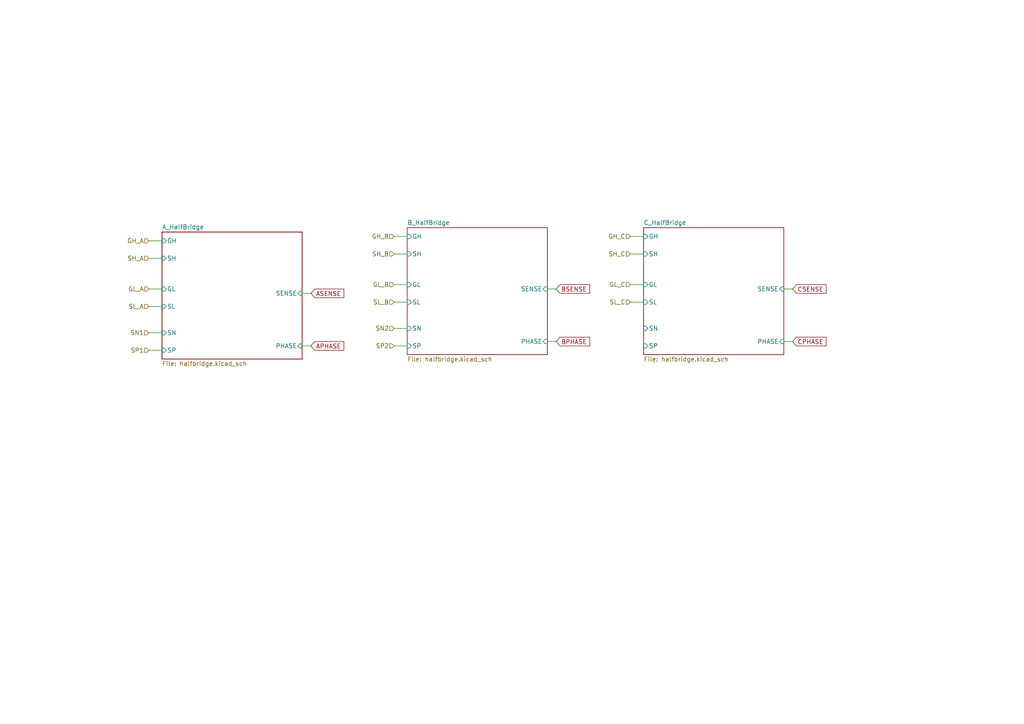
<source format=kicad_sch>
(kicad_sch
	(version 20250114)
	(generator "eeschema")
	(generator_version "9.0")
	(uuid "bf91ff6c-98c1-4901-85db-48f55014fff8")
	(paper "A4")
	(lib_symbols)
	(wire
		(pts
			(xy 43.18 74.93) (xy 46.99 74.93)
		)
		(stroke
			(width 0)
			(type default)
		)
		(uuid "037551dd-0d53-4e66-9843-4a0202d97c61")
	)
	(wire
		(pts
			(xy 43.18 88.9) (xy 46.99 88.9)
		)
		(stroke
			(width 0)
			(type default)
		)
		(uuid "141aac01-3f1b-418b-92d9-ba14a14e135a")
	)
	(wire
		(pts
			(xy 114.3 82.55) (xy 118.11 82.55)
		)
		(stroke
			(width 0)
			(type default)
		)
		(uuid "29977e3c-e150-4a9a-8539-c44641baff66")
	)
	(wire
		(pts
			(xy 114.3 95.25) (xy 118.11 95.25)
		)
		(stroke
			(width 0)
			(type default)
		)
		(uuid "39490a0a-d636-48a4-8ebb-2c845c273827")
	)
	(wire
		(pts
			(xy 182.88 82.55) (xy 186.69 82.55)
		)
		(stroke
			(width 0)
			(type default)
		)
		(uuid "3ce4fbab-f2b8-4f63-ad40-edd0f7f0f665")
	)
	(wire
		(pts
			(xy 227.33 99.06) (xy 229.87 99.06)
		)
		(stroke
			(width 0)
			(type default)
		)
		(uuid "451913a3-6a33-4bca-b0e6-8e7f96f97229")
	)
	(wire
		(pts
			(xy 227.33 83.82) (xy 229.87 83.82)
		)
		(stroke
			(width 0)
			(type default)
		)
		(uuid "5340c90f-6d28-4e9a-aec5-a8d263cae612")
	)
	(wire
		(pts
			(xy 114.3 73.66) (xy 118.11 73.66)
		)
		(stroke
			(width 0)
			(type default)
		)
		(uuid "56ac4129-c038-4486-b44e-44d5cab59864")
	)
	(wire
		(pts
			(xy 182.88 73.66) (xy 186.69 73.66)
		)
		(stroke
			(width 0)
			(type default)
		)
		(uuid "58ccdafe-407b-4a3b-bfa4-2c871541aac4")
	)
	(wire
		(pts
			(xy 87.63 85.09) (xy 90.17 85.09)
		)
		(stroke
			(width 0)
			(type default)
		)
		(uuid "592ba62a-4f83-4a2d-b06e-3d5a13e3e6ab")
	)
	(wire
		(pts
			(xy 114.3 68.58) (xy 118.11 68.58)
		)
		(stroke
			(width 0)
			(type default)
		)
		(uuid "64af6e60-68d9-46e4-b74c-a19ac62323bc")
	)
	(wire
		(pts
			(xy 114.3 100.33) (xy 118.11 100.33)
		)
		(stroke
			(width 0)
			(type default)
		)
		(uuid "81d7bc15-f817-4837-b427-d7dcccc50a34")
	)
	(wire
		(pts
			(xy 114.3 87.63) (xy 118.11 87.63)
		)
		(stroke
			(width 0)
			(type default)
		)
		(uuid "93e448c5-50b3-48c7-918e-0ec2aa088f8a")
	)
	(wire
		(pts
			(xy 43.18 96.52) (xy 46.99 96.52)
		)
		(stroke
			(width 0)
			(type default)
		)
		(uuid "a56bcdcc-471c-46f3-9ae5-0b4c2d526134")
	)
	(wire
		(pts
			(xy 43.18 101.6) (xy 46.99 101.6)
		)
		(stroke
			(width 0)
			(type default)
		)
		(uuid "beba4caa-77a5-4270-a03c-28fbf7c74957")
	)
	(wire
		(pts
			(xy 43.18 69.85) (xy 46.99 69.85)
		)
		(stroke
			(width 0)
			(type default)
		)
		(uuid "befcc979-8ab2-47f8-ae02-5c1677b0137c")
	)
	(wire
		(pts
			(xy 87.63 100.33) (xy 90.17 100.33)
		)
		(stroke
			(width 0)
			(type default)
		)
		(uuid "c6b11881-93fd-43e8-a255-0c12f20b95f0")
	)
	(wire
		(pts
			(xy 158.75 83.82) (xy 161.29 83.82)
		)
		(stroke
			(width 0)
			(type default)
		)
		(uuid "c8fc1a55-f39c-4fd9-9997-29882d6a0352")
	)
	(wire
		(pts
			(xy 182.88 87.63) (xy 186.69 87.63)
		)
		(stroke
			(width 0)
			(type default)
		)
		(uuid "cbc7329e-d2b4-4167-905b-68ded2748c95")
	)
	(wire
		(pts
			(xy 43.18 83.82) (xy 46.99 83.82)
		)
		(stroke
			(width 0)
			(type default)
		)
		(uuid "db11f154-e44f-4e6f-8df2-3f3476da24fd")
	)
	(wire
		(pts
			(xy 182.88 68.58) (xy 186.69 68.58)
		)
		(stroke
			(width 0)
			(type default)
		)
		(uuid "e1b85b72-a5b3-4b55-a10d-bde9d059aa44")
	)
	(wire
		(pts
			(xy 158.75 99.06) (xy 161.29 99.06)
		)
		(stroke
			(width 0)
			(type default)
		)
		(uuid "e96cc109-87a7-4041-a443-18271c1f5808")
	)
	(global_label "BSENSE"
		(shape input)
		(at 161.29 83.82 0)
		(fields_autoplaced yes)
		(effects
			(font
				(size 1.27 1.27)
			)
			(justify left)
		)
		(uuid "1e035c2c-19b4-4574-b25b-affff182202a")
		(property "Intersheetrefs" "${INTERSHEET_REFS}"
			(at 171.5927 83.82 0)
			(effects
				(font
					(size 1.27 1.27)
				)
				(justify left)
				(hide yes)
			)
		)
	)
	(global_label "CSENSE"
		(shape input)
		(at 229.87 83.82 0)
		(fields_autoplaced yes)
		(effects
			(font
				(size 1.27 1.27)
			)
			(justify left)
		)
		(uuid "77c70bdb-5bcb-4365-a82c-4118b9a8bc17")
		(property "Intersheetrefs" "${INTERSHEET_REFS}"
			(at 240.1727 83.82 0)
			(effects
				(font
					(size 1.27 1.27)
				)
				(justify left)
				(hide yes)
			)
		)
	)
	(global_label "CPHASE"
		(shape input)
		(at 229.87 99.06 0)
		(fields_autoplaced yes)
		(effects
			(font
				(size 1.27 1.27)
			)
			(justify left)
		)
		(uuid "827689a7-a3ac-46f7-865f-1567d29f742d")
		(property "Intersheetrefs" "${INTERSHEET_REFS}"
			(at 240.1728 99.06 0)
			(effects
				(font
					(size 1.27 1.27)
				)
				(justify left)
				(hide yes)
			)
		)
	)
	(global_label "ASENSE"
		(shape input)
		(at 90.17 85.09 0)
		(fields_autoplaced yes)
		(effects
			(font
				(size 1.27 1.27)
			)
			(justify left)
		)
		(uuid "a3449a99-7ec8-4c86-9f72-981e540f7b1f")
		(property "Intersheetrefs" "${INTERSHEET_REFS}"
			(at 100.2913 85.09 0)
			(effects
				(font
					(size 1.27 1.27)
				)
				(justify left)
				(hide yes)
			)
		)
	)
	(global_label "BPHASE"
		(shape input)
		(at 161.29 99.06 0)
		(fields_autoplaced yes)
		(effects
			(font
				(size 1.27 1.27)
			)
			(justify left)
		)
		(uuid "b4e731b6-7306-4be0-814b-a85cba1076df")
		(property "Intersheetrefs" "${INTERSHEET_REFS}"
			(at 171.5928 99.06 0)
			(effects
				(font
					(size 1.27 1.27)
				)
				(justify left)
				(hide yes)
			)
		)
	)
	(global_label "APHASE"
		(shape input)
		(at 90.17 100.33 0)
		(fields_autoplaced yes)
		(effects
			(font
				(size 1.27 1.27)
			)
			(justify left)
		)
		(uuid "e26ec16c-e664-47a3-93c1-a191356ef1b8")
		(property "Intersheetrefs" "${INTERSHEET_REFS}"
			(at 100.2914 100.33 0)
			(effects
				(font
					(size 1.27 1.27)
				)
				(justify left)
				(hide yes)
			)
		)
	)
	(hierarchical_label "SP1"
		(shape input)
		(at 43.18 101.6 180)
		(effects
			(font
				(size 1.27 1.27)
			)
			(justify right)
		)
		(uuid "08e5f832-e96d-43bd-b081-fdfc48415dae")
	)
	(hierarchical_label "SH_C"
		(shape input)
		(at 182.88 73.66 180)
		(effects
			(font
				(size 1.27 1.27)
			)
			(justify right)
		)
		(uuid "11070a45-6deb-4f84-9ac2-6a768ccf41bd")
	)
	(hierarchical_label "GL_A"
		(shape input)
		(at 43.18 83.82 180)
		(effects
			(font
				(size 1.27 1.27)
			)
			(justify right)
		)
		(uuid "2519f0c4-2442-4870-a73b-0ba12a62661e")
	)
	(hierarchical_label "SH_A"
		(shape input)
		(at 43.18 74.93 180)
		(effects
			(font
				(size 1.27 1.27)
			)
			(justify right)
		)
		(uuid "2cabc5e8-3a07-4c42-a101-83a1b02c9ab1")
	)
	(hierarchical_label "GH_A"
		(shape input)
		(at 43.18 69.85 180)
		(effects
			(font
				(size 1.27 1.27)
			)
			(justify right)
		)
		(uuid "4c9c404c-3e5f-4315-b3dc-42aadbf8d337")
	)
	(hierarchical_label "GL_C"
		(shape input)
		(at 182.88 82.55 180)
		(effects
			(font
				(size 1.27 1.27)
			)
			(justify right)
		)
		(uuid "5a0a587a-4bbd-4b71-a58e-dac8b4ea23fa")
	)
	(hierarchical_label "SN1"
		(shape input)
		(at 43.18 96.52 180)
		(effects
			(font
				(size 1.27 1.27)
			)
			(justify right)
		)
		(uuid "60e7842d-8a16-4f42-aafc-c69e104e19cb")
	)
	(hierarchical_label "SN2"
		(shape input)
		(at 114.3 95.25 180)
		(effects
			(font
				(size 1.27 1.27)
			)
			(justify right)
		)
		(uuid "6f9bf9c8-1870-47e1-b99d-99541fc58c08")
	)
	(hierarchical_label "GL_B"
		(shape input)
		(at 114.3 82.55 180)
		(effects
			(font
				(size 1.27 1.27)
			)
			(justify right)
		)
		(uuid "9ffa4180-9c55-46dc-adb2-0bce7213c381")
	)
	(hierarchical_label "SH_B"
		(shape input)
		(at 114.3 73.66 180)
		(effects
			(font
				(size 1.27 1.27)
			)
			(justify right)
		)
		(uuid "a2870c8f-d4e7-419a-9795-550e8f08e7af")
	)
	(hierarchical_label "SL_A"
		(shape input)
		(at 43.18 88.9 180)
		(effects
			(font
				(size 1.27 1.27)
			)
			(justify right)
		)
		(uuid "b3821b12-243c-4406-871b-c19489e81125")
	)
	(hierarchical_label "SL_C"
		(shape input)
		(at 182.88 87.63 180)
		(effects
			(font
				(size 1.27 1.27)
			)
			(justify right)
		)
		(uuid "b69e4d83-36ce-44ee-8fed-503df9df4cd7")
	)
	(hierarchical_label "SL_B"
		(shape input)
		(at 114.3 87.63 180)
		(effects
			(font
				(size 1.27 1.27)
			)
			(justify right)
		)
		(uuid "c185ca85-7a56-4928-ab4a-e5a92fabaef1")
	)
	(hierarchical_label "SP2"
		(shape input)
		(at 114.3 100.33 180)
		(effects
			(font
				(size 1.27 1.27)
			)
			(justify right)
		)
		(uuid "ea2c276b-e256-4184-857a-15d4e3a1da7b")
	)
	(hierarchical_label "GH_B"
		(shape input)
		(at 114.3 68.58 180)
		(effects
			(font
				(size 1.27 1.27)
			)
			(justify right)
		)
		(uuid "ef16b08c-52bc-4062-8903-1f6011034767")
	)
	(hierarchical_label "GH_C"
		(shape input)
		(at 182.88 68.58 180)
		(effects
			(font
				(size 1.27 1.27)
			)
			(justify right)
		)
		(uuid "f051252a-41b6-439e-9254-ec3890f2fc37")
	)
	(sheet
		(at 186.69 66.04)
		(size 40.64 36.83)
		(exclude_from_sim no)
		(in_bom yes)
		(on_board yes)
		(dnp no)
		(fields_autoplaced yes)
		(stroke
			(width 0.1524)
			(type solid)
		)
		(fill
			(color 0 0 0 0.0000)
		)
		(uuid "476bda28-899e-430d-8fd7-ec09144e0e54")
		(property "Sheetname" "C_HalfBridge"
			(at 186.69 65.3284 0)
			(effects
				(font
					(size 1.27 1.27)
				)
				(justify left bottom)
			)
		)
		(property "Sheetfile" "halfbridge.kicad_sch"
			(at 186.69 103.4546 0)
			(effects
				(font
					(size 1.27 1.27)
				)
				(justify left top)
			)
		)
		(pin "GH" input
			(at 186.69 68.58 180)
			(uuid "5e659c72-49fe-4526-a5f0-95d2d14f283e")
			(effects
				(font
					(size 1.27 1.27)
				)
				(justify left)
			)
		)
		(pin "GL" input
			(at 186.69 82.55 180)
			(uuid "b3034510-9f6f-48f9-aa28-3ba9e1a8b0eb")
			(effects
				(font
					(size 1.27 1.27)
				)
				(justify left)
			)
		)
		(pin "PHASE" input
			(at 227.33 99.06 0)
			(uuid "aa20069f-4c43-46a7-aefa-74de6e4e2b06")
			(effects
				(font
					(size 1.27 1.27)
				)
				(justify right)
			)
		)
		(pin "SENSE" input
			(at 227.33 83.82 0)
			(uuid "2ef59937-f371-434c-9605-fb5542cac775")
			(effects
				(font
					(size 1.27 1.27)
				)
				(justify right)
			)
		)
		(pin "SH" input
			(at 186.69 73.66 180)
			(uuid "590083ed-b804-4b03-95f4-3479e0a2b4d3")
			(effects
				(font
					(size 1.27 1.27)
				)
				(justify left)
			)
		)
		(pin "SL" input
			(at 186.69 87.63 180)
			(uuid "10db387b-9af2-48d9-9528-49417916caa9")
			(effects
				(font
					(size 1.27 1.27)
				)
				(justify left)
			)
		)
		(pin "SN" input
			(at 186.69 95.25 180)
			(uuid "a036e260-c00d-4c68-8f0a-343a57aabf7e")
			(effects
				(font
					(size 1.27 1.27)
				)
				(justify left)
			)
		)
		(pin "SP" input
			(at 186.69 100.33 180)
			(uuid "91bf3390-bbe9-460e-93d8-3caf6bc01955")
			(effects
				(font
					(size 1.27 1.27)
				)
				(justify left)
			)
		)
		(instances
			(project "JDv1"
				(path "/34add074-477f-4875-915d-3320ca70c4f4/99cc1ace-a3d0-4c8e-ae28-91c04f5cfd08/ff0ff92c-2c1e-47d0-86c9-db3dedb1e962"
					(page "11")
				)
			)
		)
	)
	(sheet
		(at 46.99 67.31)
		(size 40.64 36.83)
		(exclude_from_sim no)
		(in_bom yes)
		(on_board yes)
		(dnp no)
		(fields_autoplaced yes)
		(stroke
			(width 0.1524)
			(type solid)
		)
		(fill
			(color 0 0 0 0.0000)
		)
		(uuid "883e23bb-53c3-4a01-b69f-a800fcaf2aa4")
		(property "Sheetname" "A_HalfBridge"
			(at 46.99 66.5984 0)
			(effects
				(font
					(size 1.27 1.27)
				)
				(justify left bottom)
			)
		)
		(property "Sheetfile" "halfbridge.kicad_sch"
			(at 46.99 104.7246 0)
			(effects
				(font
					(size 1.27 1.27)
				)
				(justify left top)
			)
		)
		(pin "GH" input
			(at 46.99 69.85 180)
			(uuid "52e22063-2763-404b-b6ec-ea16168334a6")
			(effects
				(font
					(size 1.27 1.27)
				)
				(justify left)
			)
		)
		(pin "GL" input
			(at 46.99 83.82 180)
			(uuid "488915c7-2fc0-4853-ad1d-167e7442694a")
			(effects
				(font
					(size 1.27 1.27)
				)
				(justify left)
			)
		)
		(pin "PHASE" input
			(at 87.63 100.33 0)
			(uuid "bc0c9769-8a8c-4e9f-abde-6bb84177c60d")
			(effects
				(font
					(size 1.27 1.27)
				)
				(justify right)
			)
		)
		(pin "SENSE" input
			(at 87.63 85.09 0)
			(uuid "b2b99f64-3319-449d-a150-87d33691d8ea")
			(effects
				(font
					(size 1.27 1.27)
				)
				(justify right)
			)
		)
		(pin "SH" input
			(at 46.99 74.93 180)
			(uuid "85f06f90-3cf1-40a0-9ecd-a8b389224622")
			(effects
				(font
					(size 1.27 1.27)
				)
				(justify left)
			)
		)
		(pin "SL" input
			(at 46.99 88.9 180)
			(uuid "956c9049-e05e-46fb-be28-4d143191c934")
			(effects
				(font
					(size 1.27 1.27)
				)
				(justify left)
			)
		)
		(pin "SN" input
			(at 46.99 96.52 180)
			(uuid "a37b0ea2-2bdd-43cb-bbac-a2f7c780fb73")
			(effects
				(font
					(size 1.27 1.27)
				)
				(justify left)
			)
		)
		(pin "SP" input
			(at 46.99 101.6 180)
			(uuid "273feb0b-de06-426a-ba93-0386e0f6ba59")
			(effects
				(font
					(size 1.27 1.27)
				)
				(justify left)
			)
		)
		(instances
			(project "JDv1"
				(path "/34add074-477f-4875-915d-3320ca70c4f4/99cc1ace-a3d0-4c8e-ae28-91c04f5cfd08/ff0ff92c-2c1e-47d0-86c9-db3dedb1e962"
					(page "9")
				)
			)
		)
	)
	(sheet
		(at 118.11 66.04)
		(size 40.64 36.83)
		(exclude_from_sim no)
		(in_bom yes)
		(on_board yes)
		(dnp no)
		(fields_autoplaced yes)
		(stroke
			(width 0.1524)
			(type solid)
		)
		(fill
			(color 0 0 0 0.0000)
		)
		(uuid "8bd09948-5d4d-4d7b-b6ca-5ea299dc87c1")
		(property "Sheetname" "B_HalfBridge"
			(at 118.11 65.3284 0)
			(effects
				(font
					(size 1.27 1.27)
				)
				(justify left bottom)
			)
		)
		(property "Sheetfile" "halfbridge.kicad_sch"
			(at 118.11 103.4546 0)
			(effects
				(font
					(size 1.27 1.27)
				)
				(justify left top)
			)
		)
		(pin "GH" input
			(at 118.11 68.58 180)
			(uuid "f93a9583-e438-4b66-bc12-336242f5d3ea")
			(effects
				(font
					(size 1.27 1.27)
				)
				(justify left)
			)
		)
		(pin "GL" input
			(at 118.11 82.55 180)
			(uuid "80338abf-7cd0-4158-9bb8-bf0e1d00bd9a")
			(effects
				(font
					(size 1.27 1.27)
				)
				(justify left)
			)
		)
		(pin "PHASE" input
			(at 158.75 99.06 0)
			(uuid "e8aaec17-634c-4d4b-8fe3-e797c2d6525f")
			(effects
				(font
					(size 1.27 1.27)
				)
				(justify right)
			)
		)
		(pin "SENSE" input
			(at 158.75 83.82 0)
			(uuid "116b1dfa-ebbb-453e-aa8c-b28483d5ffa4")
			(effects
				(font
					(size 1.27 1.27)
				)
				(justify right)
			)
		)
		(pin "SH" input
			(at 118.11 73.66 180)
			(uuid "c1716fc5-aa4c-4cbb-9245-72d5f923d91a")
			(effects
				(font
					(size 1.27 1.27)
				)
				(justify left)
			)
		)
		(pin "SL" input
			(at 118.11 87.63 180)
			(uuid "699f9d8d-c678-4cd1-85cf-4913ab5866ba")
			(effects
				(font
					(size 1.27 1.27)
				)
				(justify left)
			)
		)
		(pin "SN" input
			(at 118.11 95.25 180)
			(uuid "14d08204-16bf-47de-b857-e652859163eb")
			(effects
				(font
					(size 1.27 1.27)
				)
				(justify left)
			)
		)
		(pin "SP" input
			(at 118.11 100.33 180)
			(uuid "81600592-6460-4949-a5ee-80cfb5b894a9")
			(effects
				(font
					(size 1.27 1.27)
				)
				(justify left)
			)
		)
		(instances
			(project "JDv1"
				(path "/34add074-477f-4875-915d-3320ca70c4f4/99cc1ace-a3d0-4c8e-ae28-91c04f5cfd08/ff0ff92c-2c1e-47d0-86c9-db3dedb1e962"
					(page "10")
				)
			)
		)
	)
)

</source>
